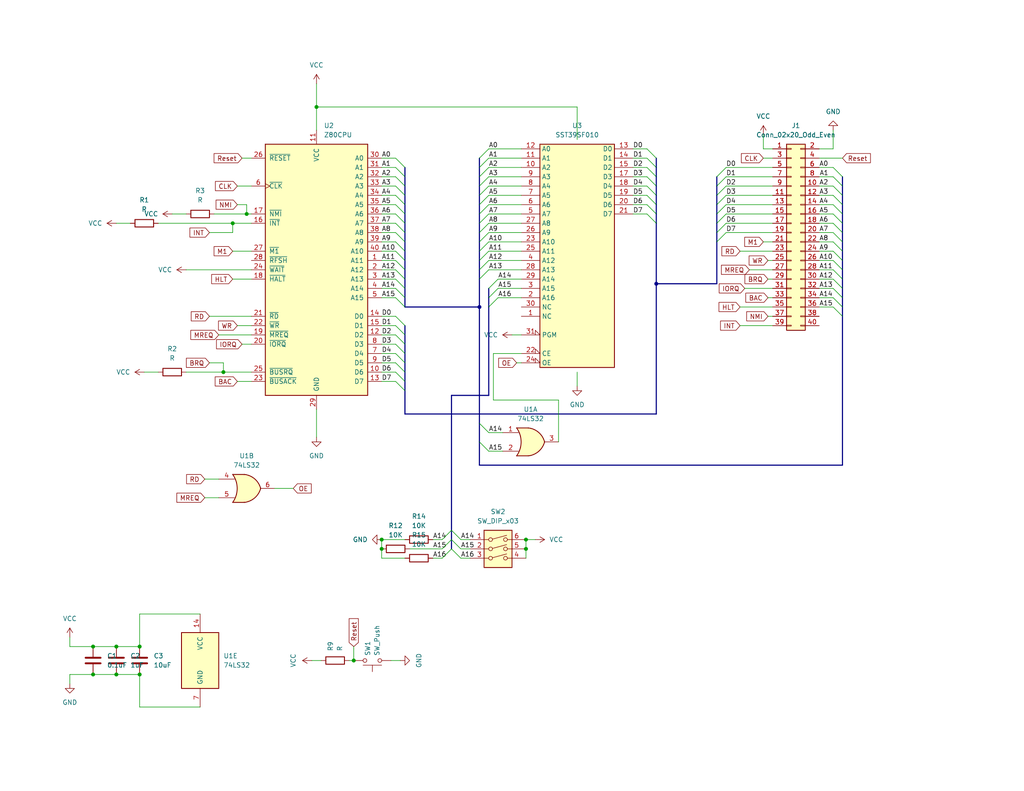
<source format=kicad_sch>
(kicad_sch (version 20211123) (generator eeschema)
  (paper "USLetter")
  (title_block (title "Z80 simple computer. Main module") (date "2022-11-26") (rev "0.1") (comment 1 "8-bit computer based on Zilog Z80, CUP and EEPROM module"))
  (lib_symbols
    (symbol "74xx:74LS32" (pin_names (offset 1.016))
      (property "Reference" "U" (at 0 1.27 0))
      (property "Value" "74LS32" (at 0 -1.27 0))
      (symbol "74LS32_1_1"
        (arc (start -3.81 -3.81) (mid -2.589 0) (end -3.81 3.81) (stroke (width 0.254)))
        (arc (start -0.6096 -3.81) (mid 2.1842 -2.5851) (end 3.81 0) (stroke (width 0.254)) (fill (type background)))
        (polyline (pts (xy -3.81 -3.81) (xy -0.635 -3.81)) (stroke (width 0.254)) (fill (type background)))
        (polyline (pts (xy -3.81 3.81) (xy -0.635 3.81)) (stroke (width 0.254)) (fill (type background)))
        (polyline (pts (xy -0.635 3.81) (xy -3.81 3.81) (xy -3.81 3.81) (xy -3.556 3.4036) (xy -3.0226 2.2606) (xy -2.6924 1.0414) (xy -2.6162 -0.254) (xy -2.7686 -1.4986) (xy -3.175 -2.7178) (xy -3.81 -3.81) (xy -3.81 -3.81) (xy -0.635 -3.81)) (stroke (width -25.4)) (fill (type background)))
        (arc (start 3.81 0) (mid 2.1915 2.5936) (end -0.6096 3.81) (stroke (width 0.254)) (fill (type background)))
        (pin input line (at -7.62 2.54 0) (length 4.318) (name "~") (number "1"))
        (pin input line (at -7.62 -2.54 0) (length 4.318) (name "~") (number "2"))
        (pin output line (at 7.62 0 180) (length 3.81) (name "~") (number "3"))
      )
      (symbol "74LS32_1_2"
        (arc (start 0 -3.81) (mid 3.81 0) (end 0 3.81) (stroke (width 0.254)) (fill (type background)))
        (polyline (pts (xy 0 3.81) (xy -3.81 3.81) (xy -3.81 -3.81) (xy 0 -3.81)) (stroke (width 0.254)) (fill (type background)))
        (pin input inverted (at -7.62 2.54 0) (length 3.81) (name "~") (number "1"))
        (pin input inverted (at -7.62 -2.54 0) (length 3.81) (name "~") (number "2"))
        (pin output inverted (at 7.62 0 180) (length 3.81) (name "~") (number "3"))
      )
      (symbol "74LS32_2_1"
        (arc (start -3.81 -3.81) (mid -2.589 0) (end -3.81 3.81) (stroke (width 0.254)))
        (arc (start -0.6096 -3.81) (mid 2.1842 -2.5851) (end 3.81 0) (stroke (width 0.254)) (fill (type background)))
        (polyline (pts (xy -3.81 -3.81) (xy -0.635 -3.81)) (stroke (width 0.254)) (fill (type background)))
        (polyline (pts (xy -3.81 3.81) (xy -0.635 3.81)) (stroke (width 0.254)) (fill (type background)))
        (polyline (pts (xy -0.635 3.81) (xy -3.81 3.81) (xy -3.81 3.81) (xy -3.556 3.4036) (xy -3.0226 2.2606) (xy -2.6924 1.0414) (xy -2.6162 -0.254) (xy -2.7686 -1.4986) (xy -3.175 -2.7178) (xy -3.81 -3.81) (xy -3.81 -3.81) (xy -0.635 -3.81)) (stroke (width -25.4)) (fill (type background)))
        (arc (start 3.81 0) (mid 2.1915 2.5936) (end -0.6096 3.81) (stroke (width 0.254)) (fill (type background)))
        (pin input line (at -7.62 2.54 0) (length 4.318) (name "~") (number "4"))
        (pin input line (at -7.62 -2.54 0) (length 4.318) (name "~") (number "5"))
        (pin output line (at 7.62 0 180) (length 3.81) (name "~") (number "6"))
      )
      (symbol "74LS32_2_2"
        (arc (start 0 -3.81) (mid 3.81 0) (end 0 3.81) (stroke (width 0.254)) (fill (type background)))
        (polyline (pts (xy 0 3.81) (xy -3.81 3.81) (xy -3.81 -3.81) (xy 0 -3.81)) (stroke (width 0.254)) (fill (type background)))
        (pin input inverted (at -7.62 2.54 0) (length 3.81) (name "~") (number "4"))
        (pin input inverted (at -7.62 -2.54 0) (length 3.81) (name "~") (number "5"))
        (pin output inverted (at 7.62 0 180) (length 3.81) (name "~") (number "6"))
      )
      (symbol "74LS32_3_1"
        (arc (start -3.81 -3.81) (mid -2.589 0) (end -3.81 3.81) (stroke (width 0.254)))
        (arc (start -0.6096 -3.81) (mid 2.1842 -2.5851) (end 3.81 0) (stroke (width 0.254)) (fill (type background)))
        (polyline (pts (xy -3.81 -3.81) (xy -0.635 -3.81)) (stroke (width 0.254)) (fill (type background)))
        (polyline (pts (xy -3.81 3.81) (xy -0.635 3.81)) (stroke (width 0.254)) (fill (type background)))
        (polyline (pts (xy -0.635 3.81) (xy -3.81 3.81) (xy -3.81 3.81) (xy -3.556 3.4036) (xy -3.0226 2.2606) (xy -2.6924 1.0414) (xy -2.6162 -0.254) (xy -2.7686 -1.4986) (xy -3.175 -2.7178) (xy -3.81 -3.81) (xy -3.81 -3.81) (xy -0.635 -3.81)) (stroke (width -25.4)) (fill (type background)))
        (arc (start 3.81 0) (mid 2.1915 2.5936) (end -0.6096 3.81) (stroke (width 0.254)) (fill (type background)))
        (pin input line (at -7.62 -2.54 0) (length 4.318) (name "~") (number "10"))
        (pin output line (at 7.62 0 180) (length 3.81) (name "~") (number "8"))
        (pin input line (at -7.62 2.54 0) (length 4.318) (name "~") (number "9"))
      )
      (symbol "74LS32_3_2"
        (arc (start 0 -3.81) (mid 3.81 0) (end 0 3.81) (stroke (width 0.254)) (fill (type background)))
        (polyline (pts (xy 0 3.81) (xy -3.81 3.81) (xy -3.81 -3.81) (xy 0 -3.81)) (stroke (width 0.254)) (fill (type background)))
        (pin input inverted (at -7.62 -2.54 0) (length 3.81) (name "~") (number "10"))
        (pin output inverted (at 7.62 0 180) (length 3.81) (name "~") (number "8"))
        (pin input inverted (at -7.62 2.54 0) (length 3.81) (name "~") (number "9"))
      )
      (symbol "74LS32_4_1"
        (arc (start -3.81 -3.81) (mid -2.589 0) (end -3.81 3.81) (stroke (width 0.254)))
        (arc (start -0.6096 -3.81) (mid 2.1842 -2.5851) (end 3.81 0) (stroke (width 0.254)) (fill (type background)))
        (polyline (pts (xy -3.81 -3.81) (xy -0.635 -3.81)) (stroke (width 0.254)) (fill (type background)))
        (polyline (pts (xy -3.81 3.81) (xy -0.635 3.81)) (stroke (width 0.254)) (fill (type background)))
        (polyline (pts (xy -0.635 3.81) (xy -3.81 3.81) (xy -3.81 3.81) (xy -3.556 3.4036) (xy -3.0226 2.2606) (xy -2.6924 1.0414) (xy -2.6162 -0.254) (xy -2.7686 -1.4986) (xy -3.175 -2.7178) (xy -3.81 -3.81) (xy -3.81 -3.81) (xy -0.635 -3.81)) (stroke (width -25.4)) (fill (type background)))
        (arc (start 3.81 0) (mid 2.1915 2.5936) (end -0.6096 3.81) (stroke (width 0.254)) (fill (type background)))
        (pin output line (at 7.62 0 180) (length 3.81) (name "~") (number "11"))
        (pin input line (at -7.62 2.54 0) (length 4.318) (name "~") (number "12"))
        (pin input line (at -7.62 -2.54 0) (length 4.318) (name "~") (number "13"))
      )
      (symbol "74LS32_4_2"
        (arc (start 0 -3.81) (mid 3.81 0) (end 0 3.81) (stroke (width 0.254)) (fill (type background)))
        (polyline (pts (xy 0 3.81) (xy -3.81 3.81) (xy -3.81 -3.81) (xy 0 -3.81)) (stroke (width 0.254)) (fill (type background)))
        (pin output inverted (at 7.62 0 180) (length 3.81) (name "~") (number "11"))
        (pin input inverted (at -7.62 2.54 0) (length 3.81) (name "~") (number "12"))
        (pin input inverted (at -7.62 -2.54 0) (length 3.81) (name "~") (number "13"))
      )
      (symbol "74LS32_5_0"
        (pin power_in line (at 0 12.7 270) (length 5.08) (name "VCC") (number "14"))
        (pin power_in line (at 0 -12.7 90) (length 5.08) (name "GND") (number "7"))
      )
      (symbol "74LS32_5_1"
        (rectangle (start -5.08 7.62) (end 5.08 -7.62) (stroke (width 0.254)) (fill (type background)))
      )
    )
    (symbol "CPU:Z80CPU" (pin_names (offset 1.016))
      (property "Reference" "U" (at -13.97 35.56 0))
      (property "Value" "Z80CPU" (at 6.35 35.56 0))
      (symbol "Z80CPU_0_1"
        (rectangle (start -13.97 34.29) (end 13.97 -34.29) (stroke (width 0.254)) (fill (type background)))
      )
      (symbol "Z80CPU_1_1"
        (pin output line (at 17.78 2.54 180) (length 3.81) (name "A11") (number "1"))
        (pin bidirectional line (at 17.78 -27.94 180) (length 3.81) (name "D6") (number "10"))
        (pin power_in line (at 0 38.1 270) (length 3.81) (name "VCC") (number "11"))
        (pin bidirectional line (at 17.78 -17.78 180) (length 3.81) (name "D2") (number "12"))
        (pin bidirectional line (at 17.78 -30.48 180) (length 3.81) (name "D7") (number "13"))
        (pin bidirectional line (at 17.78 -12.7 180) (length 3.81) (name "D0") (number "14"))
        (pin bidirectional line (at 17.78 -15.24 180) (length 3.81) (name "D1") (number "15"))
        (pin input line (at -17.78 12.7 0) (length 3.81) (name "~{INT}") (number "16"))
        (pin input line (at -17.78 15.24 0) (length 3.81) (name "~{NMI}") (number "17"))
        (pin output line (at -17.78 -2.54 0) (length 3.81) (name "~{HALT}") (number "18"))
        (pin output line (at -17.78 -17.78 0) (length 3.81) (name "~{MREQ}") (number "19"))
        (pin output line (at 17.78 0 180) (length 3.81) (name "A12") (number "2"))
        (pin output line (at -17.78 -20.32 0) (length 3.81) (name "~{IORQ}") (number "20"))
        (pin output line (at -17.78 -12.7 0) (length 3.81) (name "~{RD}") (number "21"))
        (pin output line (at -17.78 -15.24 0) (length 3.81) (name "~{WR}") (number "22"))
        (pin output line (at -17.78 -30.48 0) (length 3.81) (name "~{BUSACK}") (number "23"))
        (pin input line (at -17.78 0 0) (length 3.81) (name "~{WAIT}") (number "24"))
        (pin input line (at -17.78 -27.94 0) (length 3.81) (name "~{BUSRQ}") (number "25"))
        (pin input line (at -17.78 30.48 0) (length 3.81) (name "~{RESET}") (number "26"))
        (pin output line (at -17.78 5.08 0) (length 3.81) (name "~{M1}") (number "27"))
        (pin output line (at -17.78 2.54 0) (length 3.81) (name "~{RFSH}") (number "28"))
        (pin power_in line (at 0 -38.1 90) (length 3.81) (name "GND") (number "29"))
        (pin output line (at 17.78 -2.54 180) (length 3.81) (name "A13") (number "3"))
        (pin output line (at 17.78 30.48 180) (length 3.81) (name "A0") (number "30"))
        (pin output line (at 17.78 27.94 180) (length 3.81) (name "A1") (number "31"))
        (pin output line (at 17.78 25.4 180) (length 3.81) (name "A2") (number "32"))
        (pin output line (at 17.78 22.86 180) (length 3.81) (name "A3") (number "33"))
        (pin output line (at 17.78 20.32 180) (length 3.81) (name "A4") (number "34"))
        (pin output line (at 17.78 17.78 180) (length 3.81) (name "A5") (number "35"))
        (pin output line (at 17.78 15.24 180) (length 3.81) (name "A6") (number "36"))
        (pin output line (at 17.78 12.7 180) (length 3.81) (name "A7") (number "37"))
        (pin output line (at 17.78 10.16 180) (length 3.81) (name "A8") (number "38"))
        (pin output line (at 17.78 7.62 180) (length 3.81) (name "A9") (number "39"))
        (pin output line (at 17.78 -5.08 180) (length 3.81) (name "A14") (number "4"))
        (pin output line (at 17.78 5.08 180) (length 3.81) (name "A10") (number "40"))
        (pin output line (at 17.78 -7.62 180) (length 3.81) (name "A15") (number "5"))
        (pin input clock (at -17.78 22.86 0) (length 3.81) (name "~{CLK}") (number "6"))
        (pin bidirectional line (at 17.78 -22.86 180) (length 3.81) (name "D4") (number "7"))
        (pin bidirectional line (at 17.78 -20.32 180) (length 3.81) (name "D3") (number "8"))
        (pin bidirectional line (at 17.78 -25.4 180) (length 3.81) (name "D5") (number "9"))
      )
    )
    (symbol "Connector_Generic:Conn_02x20_Odd_Even" (pin_names (offset 1.016) hide)
      (property "Reference" "J" (at 1.27 25.4 0))
      (property "Value" "Conn_02x20_Odd_Even" (at 1.27 -27.94 0))
      (symbol "Conn_02x20_Odd_Even_1_1"
        (rectangle (start -1.27 -25.273) (end 0 -25.527) (stroke (width 0.1524)))
        (rectangle (start -1.27 -22.733) (end 0 -22.987) (stroke (width 0.1524)))
        (rectangle (start -1.27 -20.193) (end 0 -20.447) (stroke (width 0.1524)))
        (rectangle (start -1.27 -17.653) (end 0 -17.907) (stroke (width 0.1524)))
        (rectangle (start -1.27 -15.113) (end 0 -15.367) (stroke (width 0.1524)))
        (rectangle (start -1.27 -12.573) (end 0 -12.827) (stroke (width 0.1524)))
        (rectangle (start -1.27 -10.033) (end 0 -10.287) (stroke (width 0.1524)))
        (rectangle (start -1.27 -7.493) (end 0 -7.747) (stroke (width 0.1524)))
        (rectangle (start -1.27 -4.953) (end 0 -5.207) (stroke (width 0.1524)))
        (rectangle (start -1.27 -2.413) (end 0 -2.667) (stroke (width 0.1524)))
        (rectangle (start -1.27 0.127) (end 0 -0.127) (stroke (width 0.1524)))
        (rectangle (start -1.27 2.667) (end 0 2.413) (stroke (width 0.1524)))
        (rectangle (start -1.27 5.207) (end 0 4.953) (stroke (width 0.1524)))
        (rectangle (start -1.27 7.747) (end 0 7.493) (stroke (width 0.1524)))
        (rectangle (start -1.27 10.287) (end 0 10.033) (stroke (width 0.1524)))
        (rectangle (start -1.27 12.827) (end 0 12.573) (stroke (width 0.1524)))
        (rectangle (start -1.27 15.367) (end 0 15.113) (stroke (width 0.1524)))
        (rectangle (start -1.27 17.907) (end 0 17.653) (stroke (width 0.1524)))
        (rectangle (start -1.27 20.447) (end 0 20.193) (stroke (width 0.1524)))
        (rectangle (start -1.27 22.987) (end 0 22.733) (stroke (width 0.1524)))
        (rectangle (start -1.27 24.13) (end 3.81 -26.67) (stroke (width 0.254)) (fill (type background)))
        (rectangle (start 3.81 -25.273) (end 2.54 -25.527) (stroke (width 0.1524)))
        (rectangle (start 3.81 -22.733) (end 2.54 -22.987) (stroke (width 0.1524)))
        (rectangle (start 3.81 -20.193) (end 2.54 -20.447) (stroke (width 0.1524)))
        (rectangle (start 3.81 -17.653) (end 2.54 -17.907) (stroke (width 0.1524)))
        (rectangle (start 3.81 -15.113) (end 2.54 -15.367) (stroke (width 0.1524)))
        (rectangle (start 3.81 -12.573) (end 2.54 -12.827) (stroke (width 0.1524)))
        (rectangle (start 3.81 -10.033) (end 2.54 -10.287) (stroke (width 0.1524)))
        (rectangle (start 3.81 -7.493) (end 2.54 -7.747) (stroke (width 0.1524)))
        (rectangle (start 3.81 -4.953) (end 2.54 -5.207) (stroke (width 0.1524)))
        (rectangle (start 3.81 -2.413) (end 2.54 -2.667) (stroke (width 0.1524)))
        (rectangle (start 3.81 0.127) (end 2.54 -0.127) (stroke (width 0.1524)))
        (rectangle (start 3.81 2.667) (end 2.54 2.413) (stroke (width 0.1524)))
        (rectangle (start 3.81 5.207) (end 2.54 4.953) (stroke (width 0.1524)))
        (rectangle (start 3.81 7.747) (end 2.54 7.493) (stroke (width 0.1524)))
        (rectangle (start 3.81 10.287) (end 2.54 10.033) (stroke (width 0.1524)))
        (rectangle (start 3.81 12.827) (end 2.54 12.573) (stroke (width 0.1524)))
        (rectangle (start 3.81 15.367) (end 2.54 15.113) (stroke (width 0.1524)))
        (rectangle (start 3.81 17.907) (end 2.54 17.653) (stroke (width 0.1524)))
        (rectangle (start 3.81 20.447) (end 2.54 20.193) (stroke (width 0.1524)))
        (rectangle (start 3.81 22.987) (end 2.54 22.733) (stroke (width 0.1524)))
        (pin passive line (at -5.08 22.86 0) (length 3.81) (name "Pin_1") (number "1"))
        (pin passive line (at 7.62 12.7 180) (length 3.81) (name "Pin_10") (number "10"))
        (pin passive line (at -5.08 10.16 0) (length 3.81) (name "Pin_11") (number "11"))
        (pin passive line (at 7.62 10.16 180) (length 3.81) (name "Pin_12") (number "12"))
        (pin passive line (at -5.08 7.62 0) (length 3.81) (name "Pin_13") (number "13"))
        (pin passive line (at 7.62 7.62 180) (length 3.81) (name "Pin_14") (number "14"))
        (pin passive line (at -5.08 5.08 0) (length 3.81) (name "Pin_15") (number "15"))
        (pin passive line (at 7.62 5.08 180) (length 3.81) (name "Pin_16") (number "16"))
        (pin passive line (at -5.08 2.54 0) (length 3.81) (name "Pin_17") (number "17"))
        (pin passive line (at 7.62 2.54 180) (length 3.81) (name "Pin_18") (number "18"))
        (pin passive line (at -5.08 0 0) (length 3.81) (name "Pin_19") (number "19"))
        (pin passive line (at 7.62 22.86 180) (length 3.81) (name "Pin_2") (number "2"))
        (pin passive line (at 7.62 0 180) (length 3.81) (name "Pin_20") (number "20"))
        (pin passive line (at -5.08 -2.54 0) (length 3.81) (name "Pin_21") (number "21"))
        (pin passive line (at 7.62 -2.54 180) (length 3.81) (name "Pin_22") (number "22"))
        (pin passive line (at -5.08 -5.08 0) (length 3.81) (name "Pin_23") (number "23"))
        (pin passive line (at 7.62 -5.08 180) (length 3.81) (name "Pin_24") (number "24"))
        (pin passive line (at -5.08 -7.62 0) (length 3.81) (name "Pin_25") (number "25"))
        (pin passive line (at 7.62 -7.62 180) (length 3.81) (name "Pin_26") (number "26"))
        (pin passive line (at -5.08 -10.16 0) (length 3.81) (name "Pin_27") (number "27"))
        (pin passive line (at 7.62 -10.16 180) (length 3.81) (name "Pin_28") (number "28"))
        (pin passive line (at -5.08 -12.7 0) (length 3.81) (name "Pin_29") (number "29"))
        (pin passive line (at -5.08 20.32 0) (length 3.81) (name "Pin_3") (number "3"))
        (pin passive line (at 7.62 -12.7 180) (length 3.81) (name "Pin_30") (number "30"))
        (pin passive line (at -5.08 -15.24 0) (length 3.81) (name "Pin_31") (number "31"))
        (pin passive line (at 7.62 -15.24 180) (length 3.81) (name "Pin_32") (number "32"))
        (pin passive line (at -5.08 -17.78 0) (length 3.81) (name "Pin_33") (number "33"))
        (pin passive line (at 7.62 -17.78 180) (length 3.81) (name "Pin_34") (number "34"))
        (pin passive line (at -5.08 -20.32 0) (length 3.81) (name "Pin_35") (number "35"))
        (pin passive line (at 7.62 -20.32 180) (length 3.81) (name "Pin_36") (number "36"))
        (pin passive line (at -5.08 -22.86 0) (length 3.81) (name "Pin_37") (number "37"))
        (pin passive line (at 7.62 -22.86 180) (length 3.81) (name "Pin_38") (number "38"))
        (pin passive line (at -5.08 -25.4 0) (length 3.81) (name "Pin_39") (number "39"))
        (pin passive line (at 7.62 20.32 180) (length 3.81) (name "Pin_4") (number "4"))
        (pin passive line (at 7.62 -25.4 180) (length 3.81) (name "Pin_40") (number "40"))
        (pin passive line (at -5.08 17.78 0) (length 3.81) (name "Pin_5") (number "5"))
        (pin passive line (at 7.62 17.78 180) (length 3.81) (name "Pin_6") (number "6"))
        (pin passive line (at -5.08 15.24 0) (length 3.81) (name "Pin_7") (number "7"))
        (pin passive line (at 7.62 15.24 180) (length 3.81) (name "Pin_8") (number "8"))
        (pin passive line (at -5.08 12.7 0) (length 3.81) (name "Pin_9") (number "9"))
      )
    )
    (symbol "Device:C" (pin_numbers hide) (pin_names (offset 0.254))
      (property "Reference" "C" (at 0.635 2.54 0))
      (property "Value" "C" (at 0.635 -2.54 0))
      (symbol "C_0_1"
        (polyline (pts (xy -2.032 -0.762) (xy 2.032 -0.762)) (stroke (width 0.508)))
        (polyline (pts (xy -2.032 0.762) (xy 2.032 0.762)) (stroke (width 0.508)))
      )
      (symbol "C_1_1"
        (pin passive line (at 0 3.81 270) (length 2.794) (name "~") (number "1"))
        (pin passive line (at 0 -3.81 90) (length 2.794) (name "~") (number "2"))
      )
    )
    (symbol "Device:R" (pin_numbers hide) (pin_names (offset 0))
      (property "Reference" "R" (at 2.032 0 90))
      (property "Value" "R" (at 0 0 90))
      (symbol "R_0_1"
        (rectangle (start -1.016 -2.54) (end 1.016 2.54) (stroke (width 0.254)))
      )
      (symbol "R_1_1"
        (pin passive line (at 0 3.81 270) (length 1.27) (name "~") (number "1"))
        (pin passive line (at 0 -3.81 90) (length 1.27) (name "~") (number "2"))
      )
    )
    (symbol "Memory_Flash:SST39SF010"
      (property "Reference" "U" (at 2.54 33.02 0))
      (property "Value" "SST39SF010" (at 0 -30.48 0))
      (symbol "SST39SF010_0_0"
        (pin power_in line (at 0 -30.48 90) (length 1.27) hide (name "GND") (number "16"))
        (pin power_in line (at 0 33.02 270) (length 1.27) hide (name "VCC") (number "32"))
      )
      (symbol "SST39SF010_0_1"
        (rectangle (start -10.16 31.75) (end 10.16 -29.21) (stroke (width 0.254)) (fill (type background)))
      )
      (symbol "SST39SF010_1_1"
        (pin input line (at -15.24 -15.24 0) (length 5.08) (name "NC") (number "1"))
        (pin input line (at -15.24 25.4 0) (length 5.08) (name "A2") (number "10"))
        (pin input line (at -15.24 27.94 0) (length 5.08) (name "A1") (number "11"))
        (pin input line (at -15.24 30.48 0) (length 5.08) (name "A0") (number "12"))
        (pin tri_state line (at 15.24 30.48 180) (length 5.08) (name "D0") (number "13"))
        (pin tri_state line (at 15.24 27.94 180) (length 5.08) (name "D1") (number "14"))
        (pin tri_state line (at 15.24 25.4 180) (length 5.08) (name "D2") (number "15"))
        (pin tri_state line (at 15.24 22.86 180) (length 5.08) (name "D3") (number "17"))
        (pin tri_state line (at 15.24 20.32 180) (length 5.08) (name "D4") (number "18"))
        (pin tri_state line (at 15.24 17.78 180) (length 5.08) (name "D5") (number "19"))
        (pin input line (at -15.24 -10.16 0) (length 5.08) (name "A16") (number "2"))
        (pin tri_state line (at 15.24 15.24 180) (length 5.08) (name "D6") (number "20"))
        (pin tri_state line (at 15.24 12.7 180) (length 5.08) (name "D7") (number "21"))
        (pin input input_low (at -15.24 -25.4 0) (length 5.08) (name "CE") (number "22"))
        (pin input line (at -15.24 5.08 0) (length 5.08) (name "A10") (number "23"))
        (pin input input_low (at -15.24 -27.94 0) (length 5.08) (name "OE") (number "24"))
        (pin input line (at -15.24 2.54 0) (length 5.08) (name "A11") (number "25"))
        (pin input line (at -15.24 7.62 0) (length 5.08) (name "A9") (number "26"))
        (pin input line (at -15.24 10.16 0) (length 5.08) (name "A8") (number "27"))
        (pin input line (at -15.24 -2.54 0) (length 5.08) (name "A13") (number "28"))
        (pin input line (at -15.24 -5.08 0) (length 5.08) (name "A14") (number "29"))
        (pin input line (at -15.24 -7.62 0) (length 5.08) (name "A15") (number "3"))
        (pin input line (at -15.24 -12.7 0) (length 5.08) (name "NC") (number "30"))
        (pin input input_low (at -15.24 -20.32 0) (length 5.08) (name "PGM") (number "31"))
        (pin input line (at -15.24 0 0) (length 5.08) (name "A12") (number "4"))
        (pin input line (at -15.24 12.7 0) (length 5.08) (name "A7") (number "5"))
        (pin input line (at -15.24 15.24 0) (length 5.08) (name "A6") (number "6"))
        (pin input line (at -15.24 17.78 0) (length 5.08) (name "A5") (number "7"))
        (pin input line (at -15.24 20.32 0) (length 5.08) (name "A4") (number "8"))
        (pin input line (at -15.24 22.86 0) (length 5.08) (name "A3") (number "9"))
      )
    )
    (symbol "Switch:SW_DIP_x03" (pin_names (offset 0) hide)
      (property "Reference" "SW" (at 0 8.89 0))
      (property "Value" "SW_DIP_x03" (at 0 -3.81 0))
      (symbol "SW_DIP_x03_0_0"
        (circle (center -2.032 0) (radius 0.508))
        (circle (center -2.032 2.54) (radius 0.508))
        (circle (center -2.032 5.08) (radius 0.508))
        (polyline (pts (xy -1.524 0.127) (xy 2.3622 1.1684)))
        (polyline (pts (xy -1.524 2.667) (xy 2.3622 3.7084)))
        (polyline (pts (xy -1.524 5.207) (xy 2.3622 6.2484)))
        (circle (center 2.032 0) (radius 0.508))
        (circle (center 2.032 2.54) (radius 0.508))
        (circle (center 2.032 5.08) (radius 0.508))
      )
      (symbol "SW_DIP_x03_0_1"
        (rectangle (start -3.81 7.62) (end 3.81 -2.54) (stroke (width 0.254)) (fill (type background)))
      )
      (symbol "SW_DIP_x03_1_1"
        (pin passive line (at -7.62 5.08 0) (length 5.08) (name "~") (number "1"))
        (pin passive line (at -7.62 2.54 0) (length 5.08) (name "~") (number "2"))
        (pin passive line (at -7.62 0 0) (length 5.08) (name "~") (number "3"))
        (pin passive line (at 7.62 0 180) (length 5.08) (name "~") (number "4"))
        (pin passive line (at 7.62 2.54 180) (length 5.08) (name "~") (number "5"))
        (pin passive line (at 7.62 5.08 180) (length 5.08) (name "~") (number "6"))
      )
    )
    (symbol "Switch:SW_Push" (pin_numbers hide) (pin_names (offset 1.016) hide)
      (property "Reference" "SW" (at 1.27 2.54 0))
      (property "Value" "SW_Push" (at 0 -1.524 0))
      (symbol "SW_Push_0_1"
        (circle (center -2.032 0) (radius 0.508))
        (polyline (pts (xy 0 1.27) (xy 0 3.048)))
        (polyline (pts (xy 2.54 1.27) (xy -2.54 1.27)))
        (circle (center 2.032 0) (radius 0.508))
        (pin passive line (at -5.08 0 0) (length 2.54) (name "1") (number "1"))
        (pin passive line (at 5.08 0 180) (length 2.54) (name "2") (number "2"))
      )
    )
    (symbol "power:GND" (power) (pin_names (offset 0))
      (property "Value" "GND" (at 0 -3.81 0))
      (symbol "GND_0_1"
        (polyline (pts (xy 0 0) (xy 0 -1.27) (xy 1.27 -1.27) (xy 0 -2.54) (xy -1.27 -1.27) (xy 0 -1.27)))
      )
      (symbol "GND_1_1"
        (pin power_in line (at 0 0 270) (length 0) hide (name "GND") (number "1"))
      )
    )
    (symbol "power:VCC" (power) (pin_names (offset 0))
      (property "Value" "VCC" (at 0 3.81 0))
      (symbol "VCC_0_1"
        (polyline (pts (xy -0.762 1.27) (xy 0 2.54)))
        (polyline (pts (xy 0 0) (xy 0 2.54)))
        (polyline (pts (xy 0 2.54) (xy 0.762 1.27)))
      )
      (symbol "VCC_1_1"
        (pin power_in line (at 0 0 90) (length 0) hide (name "VCC") (number "1"))
      )
    )
  )
  (junction (at 86.36 29.21))
  (junction (at 31.75 184.15))
  (junction (at 67.31 58.42))
  (junction (at 25.4 176.53))
  (junction (at 63.5 60.96))
  (junction (at 25.4 184.15))
  (junction (at 143.51 147.32))
  (junction (at 96.52 180.34))
  (junction (at 104.14 149.86))
  (junction (at 38.1 184.15))
  (junction (at 143.51 149.86))
  (junction (at 31.75 176.53))
  (junction (at 179.07 77.47))
  (junction (at 38.1 176.53))
  (junction (at 60.96 101.6))
  (junction (at 130.81 83.82))
  (junction (at 104.14 147.32))
  (bus_entry (at 133.35 78.74) (size 2.54 -2.54))
  (bus_entry (at 227.33 45.72) (size 2.54 2.54))
  (bus_entry (at 130.81 66.04) (size 2.54 -2.54))
  (bus_entry (at 227.33 73.66) (size 2.54 2.54))
  (bus_entry (at 227.33 76.2) (size 2.54 2.54))
  (bus_entry (at 195.58 48.26) (size 2.54 -2.54))
  (bus_entry (at 227.33 78.74) (size 2.54 2.54))
  (bus_entry (at 130.81 115.57) (size 2.54 2.54))
  (bus_entry (at 107.95 66.04) (size 2.54 2.54))
  (bus_entry (at 130.81 71.12) (size 2.54 -2.54))
  (bus_entry (at 130.81 55.88) (size 2.54 -2.54))
  (bus_entry (at 130.81 53.34) (size 2.54 -2.54))
  (bus_entry (at 130.81 45.72) (size 2.54 -2.54))
  (bus_entry (at 130.81 48.26) (size 2.54 -2.54))
  (bus_entry (at 130.81 50.8) (size 2.54 -2.54))
  (bus_entry (at 130.81 58.42) (size 2.54 -2.54))
  (bus_entry (at 130.81 43.18) (size 2.54 -2.54))
  (bus_entry (at 195.58 58.42) (size 2.54 -2.54))
  (bus_entry (at 195.58 66.04) (size 2.54 -2.54))
  (bus_entry (at 227.33 63.5) (size 2.54 2.54))
  (bus_entry (at 107.95 78.74) (size 2.54 2.54))
  (bus_entry (at 195.58 53.34) (size 2.54 -2.54))
  (bus_entry (at 227.33 66.04) (size 2.54 2.54))
  (bus_entry (at 130.81 73.66) (size 2.54 -2.54))
  (bus_entry (at 107.95 68.58) (size 2.54 2.54))
  (bus_entry (at 107.95 53.34) (size 2.54 2.54))
  (bus_entry (at 107.95 55.88) (size 2.54 2.54))
  (bus_entry (at 107.95 58.42) (size 2.54 2.54))
  (bus_entry (at 107.95 50.8) (size 2.54 2.54))
  (bus_entry (at 107.95 43.18) (size 2.54 2.54))
  (bus_entry (at 107.95 45.72) (size 2.54 2.54))
  (bus_entry (at 107.95 48.26) (size 2.54 2.54))
  (bus_entry (at 227.33 53.34) (size 2.54 2.54))
  (bus_entry (at 227.33 58.42) (size 2.54 2.54))
  (bus_entry (at 107.95 60.96) (size 2.54 2.54))
  (bus_entry (at 176.53 53.34) (size 2.54 2.54))
  (bus_entry (at 176.53 40.64) (size 2.54 2.54))
  (bus_entry (at 176.53 48.26) (size 2.54 2.54))
  (bus_entry (at 176.53 50.8) (size 2.54 2.54))
  (bus_entry (at 176.53 43.18) (size 2.54 2.54))
  (bus_entry (at 176.53 45.72) (size 2.54 2.54))
  (bus_entry (at 176.53 58.42) (size 2.54 2.54))
  (bus_entry (at 176.53 55.88) (size 2.54 2.54))
  (bus_entry (at 195.58 55.88) (size 2.54 -2.54))
  (bus_entry (at 107.95 91.44) (size 2.54 2.54))
  (bus_entry (at 107.95 93.98) (size 2.54 2.54))
  (bus_entry (at 107.95 96.52) (size 2.54 2.54))
  (bus_entry (at 107.95 99.06) (size 2.54 2.54))
  (bus_entry (at 107.95 101.6) (size 2.54 2.54))
  (bus_entry (at 107.95 104.14) (size 2.54 2.54))
  (bus_entry (at 107.95 86.36) (size 2.54 2.54))
  (bus_entry (at 107.95 88.9) (size 2.54 2.54))
  (bus_entry (at 133.35 81.28) (size 2.54 -2.54))
  (bus_entry (at 195.58 63.5) (size 2.54 -2.54))
  (bus_entry (at 133.35 83.82) (size 2.54 -2.54))
  (bus_entry (at 107.95 63.5) (size 2.54 2.54))
  (bus_entry (at 227.33 48.26) (size 2.54 2.54))
  (bus_entry (at 227.33 60.96) (size 2.54 2.54))
  (bus_entry (at 227.33 81.28) (size 2.54 2.54))
  (bus_entry (at 227.33 68.58) (size 2.54 2.54))
  (bus_entry (at 227.33 55.88) (size 2.54 2.54))
  (bus_entry (at 130.81 76.2) (size 2.54 -2.54))
  (bus_entry (at 227.33 71.12) (size 2.54 2.54))
  (bus_entry (at 107.95 76.2) (size 2.54 2.54))
  (bus_entry (at 195.58 60.96) (size 2.54 -2.54))
  (bus_entry (at 130.81 60.96) (size 2.54 -2.54))
  (bus_entry (at 130.81 63.5) (size 2.54 -2.54))
  (bus_entry (at 130.81 120.65) (size 2.54 2.54))
  (bus_entry (at 107.95 73.66) (size 2.54 2.54))
  (bus_entry (at 195.58 50.8) (size 2.54 -2.54))
  (bus_entry (at 107.95 81.28) (size 2.54 2.54))
  (bus_entry (at 227.33 50.8) (size 2.54 2.54))
  (bus_entry (at 123.19 147.32) (size 2.54 2.54))
  (bus_entry (at 123.19 149.86) (size 2.54 2.54))
  (bus_entry (at 123.19 144.78) (size 2.54 2.54))
  (bus_entry (at 227.33 83.82) (size 2.54 2.54))
  (bus_entry (at 120.65 152.4) (size 2.54 -2.54))
  (bus_entry (at 120.65 149.86) (size 2.54 -2.54))
  (bus_entry (at 120.65 147.32) (size 2.54 -2.54))
  (bus_entry (at 107.95 71.12) (size 2.54 2.54))
  (bus_entry (at 130.81 68.58) (size 2.54 -2.54))
  (wire (pts (xy 201.93 88.9) (xy 210.82 88.9)))
  (wire (pts (xy 223.52 81.28) (xy 227.33 81.28)))
  (wire (pts (xy 201.93 83.82) (xy 210.82 83.82)))
  (wire (pts (xy 125.73 152.4) (xy 128.27 152.4)))
  (wire (pts (xy 172.72 40.64) (xy 176.53 40.64)))
  (wire (pts (xy 204.47 73.66) (xy 210.82 73.66)))
  (wire (pts (xy 106.68 180.34) (xy 109.22 180.34)))
  (bus (pts (xy 130.81 63.5) (xy 130.81 66.04)))
  (wire (pts (xy 223.52 71.12) (xy 227.33 71.12)))
  (wire (pts (xy 104.14 45.72) (xy 107.95 45.72)))
  (wire (pts (xy 104.14 43.18) (xy 107.95 43.18)))
  (wire (pts (xy 31.75 176.53) (xy 25.4 176.53)))
  (bus (pts (xy 229.87 55.88) (xy 229.87 58.42)))
  (wire (pts (xy 104.14 68.58) (xy 107.95 68.58)))
  (wire (pts (xy 63.5 60.96) (xy 68.58 60.96)))
  (wire (pts (xy 223.52 66.04) (xy 227.33 66.04)))
  (wire (pts (xy 86.36 22.86) (xy 86.36 29.21)))
  (bus (pts (xy 110.49 106.68) (xy 110.49 113.03)))
  (bus (pts (xy 229.87 53.34) (xy 229.87 55.88)))
  (bus (pts (xy 130.81 50.8) (xy 130.81 53.34)))
  (wire (pts (xy 85.09 180.34) (xy 87.63 180.34)))
  (bus (pts (xy 110.49 113.03) (xy 179.07 113.03)))
  (wire (pts (xy 38.1 167.64) (xy 38.1 176.53)))
  (wire (pts (xy 38.1 167.64) (xy 54.61 167.64)))
  (wire (pts (xy 223.52 78.74) (xy 227.33 78.74)))
  (wire (pts (xy 74.93 133.35) (xy 80.01 133.35)))
  (bus (pts (xy 229.87 48.26) (xy 229.87 50.8)))
  (wire (pts (xy 104.14 71.12) (xy 107.95 71.12)))
  (bus (pts (xy 229.87 83.82) (xy 229.87 86.36)))
  (wire (pts (xy 208.28 66.04) (xy 210.82 66.04)))
  (wire (pts (xy 143.51 147.32) (xy 143.51 149.86)))
  (bus (pts (xy 110.49 71.12) (xy 110.49 73.66)))
  (bus (pts (xy 110.49 60.96) (xy 110.49 63.5)))
  (wire (pts (xy 198.12 55.88) (xy 210.82 55.88)))
  (bus (pts (xy 110.49 68.58) (xy 110.49 71.12)))
  (wire (pts (xy 134.62 109.22) (xy 152.4 109.22)))
  (wire (pts (xy 104.14 101.6) (xy 107.95 101.6)))
  (bus (pts (xy 229.87 86.36) (xy 229.87 127)))
  (bus (pts (xy 130.81 55.88) (xy 130.81 58.42)))
  (wire (pts (xy 104.14 73.66) (xy 107.95 73.66)))
  (wire (pts (xy 104.14 93.98) (xy 107.95 93.98)))
  (bus (pts (xy 195.58 50.8) (xy 195.58 53.34)))
  (wire (pts (xy 133.35 58.42) (xy 142.24 58.42)))
  (wire (pts (xy 64.77 50.8) (xy 68.58 50.8)))
  (wire (pts (xy 133.35 43.18) (xy 142.24 43.18)))
  (bus (pts (xy 179.07 77.47) (xy 179.07 113.03)))
  (bus (pts (xy 110.49 83.82) (xy 130.81 83.82)))
  (bus (pts (xy 229.87 68.58) (xy 229.87 71.12)))
  (wire (pts (xy 63.5 68.58) (xy 68.58 68.58)))
  (bus (pts (xy 110.49 66.04) (xy 110.49 68.58)))
  (bus (pts (xy 110.49 58.42) (xy 110.49 60.96)))
  (wire (pts (xy 39.37 101.6) (xy 43.18 101.6)))
  (wire (pts (xy 139.7 91.44) (xy 142.24 91.44)))
  (wire (pts (xy 64.77 104.14) (xy 68.58 104.14)))
  (bus (pts (xy 110.49 73.66) (xy 110.49 76.2)))
  (wire (pts (xy 198.12 45.72) (xy 210.82 45.72)))
  (wire (pts (xy 55.88 135.89) (xy 59.69 135.89)))
  (wire (pts (xy 111.76 149.86) (xy 120.65 149.86)))
  (wire (pts (xy 118.11 152.4) (xy 120.65 152.4)))
  (bus (pts (xy 110.49 99.06) (xy 110.49 101.6)))
  (bus (pts (xy 195.58 66.04) (xy 195.58 77.47)))
  (bus (pts (xy 130.81 115.57) (xy 130.81 120.65)))
  (wire (pts (xy 57.15 86.36) (xy 68.58 86.36)))
  (wire (pts (xy 172.72 50.8) (xy 176.53 50.8)))
  (bus (pts (xy 110.49 91.44) (xy 110.49 93.98)))
  (bus (pts (xy 110.49 88.9) (xy 110.49 91.44)))
  (bus (pts (xy 130.81 120.65) (xy 130.81 127)))
  (bus (pts (xy 110.49 101.6) (xy 110.49 104.14)))
  (wire (pts (xy 86.36 29.21) (xy 86.36 35.56)))
  (wire (pts (xy 50.8 73.66) (xy 68.58 73.66)))
  (wire (pts (xy 223.52 48.26) (xy 227.33 48.26)))
  (wire (pts (xy 125.73 147.32) (xy 128.27 147.32)))
  (wire (pts (xy 133.35 50.8) (xy 142.24 50.8)))
  (wire (pts (xy 209.55 86.36) (xy 210.82 86.36)))
  (bus (pts (xy 110.49 96.52) (xy 110.49 99.06)))
  (wire (pts (xy 19.05 184.15) (xy 25.4 184.15)))
  (bus (pts (xy 130.81 68.58) (xy 130.81 71.12)))
  (bus (pts (xy 110.49 53.34) (xy 110.49 55.88)))
  (bus (pts (xy 123.19 147.32) (xy 123.19 149.86)))
  (wire (pts (xy 133.35 40.64) (xy 142.24 40.64)))
  (wire (pts (xy 104.14 96.52) (xy 107.95 96.52)))
  (wire (pts (xy 60.96 99.06) (xy 60.96 101.6)))
  (bus (pts (xy 130.81 83.82) (xy 130.81 115.57)))
  (wire (pts (xy 46.99 58.42) (xy 50.8 58.42)))
  (wire (pts (xy 104.14 60.96) (xy 107.95 60.96)))
  (wire (pts (xy 227.33 40.64) (xy 227.33 35.56)))
  (bus (pts (xy 229.87 66.04) (xy 229.87 68.58)))
  (wire (pts (xy 172.72 55.88) (xy 176.53 55.88)))
  (bus (pts (xy 179.07 45.72) (xy 179.07 48.26)))
  (bus (pts (xy 229.87 60.96) (xy 229.87 63.5)))
  (bus (pts (xy 229.87 73.66) (xy 229.87 76.2)))
  (wire (pts (xy 172.72 45.72) (xy 176.53 45.72)))
  (bus (pts (xy 110.49 55.88) (xy 110.49 58.42)))
  (wire (pts (xy 223.52 45.72) (xy 227.33 45.72)))
  (wire (pts (xy 104.14 88.9) (xy 107.95 88.9)))
  (bus (pts (xy 110.49 45.72) (xy 110.49 48.26)))
  (wire (pts (xy 104.14 53.34) (xy 107.95 53.34)))
  (wire (pts (xy 223.52 68.58) (xy 227.33 68.58)))
  (wire (pts (xy 104.14 76.2) (xy 107.95 76.2)))
  (wire (pts (xy 133.35 68.58) (xy 142.24 68.58)))
  (bus (pts (xy 195.58 58.42) (xy 195.58 60.96)))
  (bus (pts (xy 130.81 48.26) (xy 130.81 50.8)))
  (wire (pts (xy 133.35 45.72) (xy 142.24 45.72)))
  (wire (pts (xy 142.24 96.52) (xy 134.62 96.52)))
  (bus (pts (xy 133.35 107.95) (xy 123.19 107.95)))
  (wire (pts (xy 135.89 76.2) (xy 142.24 76.2)))
  (wire (pts (xy 19.05 186.69) (xy 19.05 184.15)))
  (wire (pts (xy 55.88 130.81) (xy 59.69 130.81)))
  (wire (pts (xy 209.55 76.2) (xy 210.82 76.2)))
  (wire (pts (xy 133.35 48.26) (xy 142.24 48.26)))
  (bus (pts (xy 179.07 60.96) (xy 179.07 77.47)))
  (wire (pts (xy 133.35 63.5) (xy 142.24 63.5)))
  (bus (pts (xy 130.81 66.04) (xy 130.81 68.58)))
  (wire (pts (xy 133.35 123.19) (xy 137.16 123.19)))
  (wire (pts (xy 133.35 60.96) (xy 142.24 60.96)))
  (bus (pts (xy 179.07 77.47) (xy 195.58 77.47)))
  (wire (pts (xy 66.04 43.18) (xy 68.58 43.18)))
  (wire (pts (xy 223.52 40.64) (xy 227.33 40.64)))
  (wire (pts (xy 57.15 63.5) (xy 63.5 63.5)))
  (wire (pts (xy 198.12 60.96) (xy 210.82 60.96)))
  (bus (pts (xy 130.81 73.66) (xy 130.81 76.2)))
  (bus (pts (xy 110.49 81.28) (xy 110.49 83.82)))
  (wire (pts (xy 157.48 101.6) (xy 157.48 105.41)))
  (wire (pts (xy 223.52 58.42) (xy 227.33 58.42)))
  (wire (pts (xy 143.51 147.32) (xy 146.05 147.32)))
  (wire (pts (xy 104.14 149.86) (xy 104.14 152.4)))
  (bus (pts (xy 179.07 55.88) (xy 179.07 58.42)))
  (bus (pts (xy 229.87 71.12) (xy 229.87 73.66)))
  (wire (pts (xy 63.5 63.5) (xy 63.5 60.96)))
  (bus (pts (xy 179.07 53.34) (xy 179.07 55.88)))
  (wire (pts (xy 223.52 53.34) (xy 227.33 53.34)))
  (bus (pts (xy 229.87 81.28) (xy 229.87 83.82)))
  (wire (pts (xy 104.14 55.88) (xy 107.95 55.88)))
  (bus (pts (xy 130.81 60.96) (xy 130.81 63.5)))
  (wire (pts (xy 223.52 60.96) (xy 227.33 60.96)))
  (wire (pts (xy 143.51 149.86) (xy 143.51 152.4)))
  (wire (pts (xy 133.35 71.12) (xy 142.24 71.12)))
  (wire (pts (xy 208.28 36.83) (xy 208.28 40.64)))
  (bus (pts (xy 130.81 71.12) (xy 130.81 73.66)))
  (bus (pts (xy 195.58 63.5) (xy 195.58 66.04)))
  (wire (pts (xy 172.72 53.34) (xy 176.53 53.34)))
  (wire (pts (xy 104.14 66.04) (xy 107.95 66.04)))
  (bus (pts (xy 130.81 53.34) (xy 130.81 55.88)))
  (wire (pts (xy 31.75 60.96) (xy 35.56 60.96)))
  (wire (pts (xy 135.89 78.74) (xy 142.24 78.74)))
  (wire (pts (xy 86.36 29.21) (xy 157.48 29.21)))
  (wire (pts (xy 43.18 60.96) (xy 63.5 60.96)))
  (bus (pts (xy 229.87 58.42) (xy 229.87 60.96)))
  (bus (pts (xy 110.49 63.5) (xy 110.49 66.04)))
  (wire (pts (xy 96.52 180.34) (xy 95.25 180.34)))
  (bus (pts (xy 110.49 48.26) (xy 110.49 50.8)))
  (wire (pts (xy 59.69 91.44) (xy 68.58 91.44)))
  (wire (pts (xy 223.52 43.18) (xy 229.87 43.18)))
  (bus (pts (xy 229.87 127) (xy 130.81 127)))
  (bus (pts (xy 130.81 76.2) (xy 130.81 83.82)))
  (wire (pts (xy 38.1 193.04) (xy 54.61 193.04)))
  (wire (pts (xy 66.04 93.98) (xy 68.58 93.98)))
  (bus (pts (xy 195.58 53.34) (xy 195.58 55.88)))
  (bus (pts (xy 179.07 58.42) (xy 179.07 60.96)))
  (wire (pts (xy 60.96 101.6) (xy 68.58 101.6)))
  (wire (pts (xy 64.77 88.9) (xy 68.58 88.9)))
  (wire (pts (xy 223.52 76.2) (xy 227.33 76.2)))
  (wire (pts (xy 63.5 76.2) (xy 68.58 76.2)))
  (wire (pts (xy 104.14 63.5) (xy 107.95 63.5)))
  (wire (pts (xy 208.28 40.64) (xy 210.82 40.64)))
  (bus (pts (xy 123.19 107.95) (xy 123.19 144.78)))
  (wire (pts (xy 157.48 38.1) (xy 157.48 29.21)))
  (wire (pts (xy 58.42 58.42) (xy 67.31 58.42)))
  (wire (pts (xy 104.14 104.14) (xy 107.95 104.14)))
  (wire (pts (xy 172.72 58.42) (xy 176.53 58.42)))
  (wire (pts (xy 104.14 152.4) (xy 110.49 152.4)))
  (bus (pts (xy 130.81 43.18) (xy 130.81 45.72)))
  (bus (pts (xy 110.49 93.98) (xy 110.49 96.52)))
  (wire (pts (xy 104.14 81.28) (xy 107.95 81.28)))
  (wire (pts (xy 104.14 48.26) (xy 107.95 48.26)))
  (bus (pts (xy 229.87 78.74) (xy 229.87 81.28)))
  (wire (pts (xy 134.62 96.52) (xy 134.62 109.22)))
  (wire (pts (xy 140.97 99.06) (xy 142.24 99.06)))
  (wire (pts (xy 96.52 176.53) (xy 96.52 180.34)))
  (bus (pts (xy 179.07 48.26) (xy 179.07 50.8)))
  (wire (pts (xy 172.72 43.18) (xy 176.53 43.18)))
  (wire (pts (xy 86.36 111.76) (xy 86.36 119.38)))
  (bus (pts (xy 195.58 48.26) (xy 195.58 50.8)))
  (bus (pts (xy 229.87 63.5) (xy 229.87 66.04)))
  (wire (pts (xy 223.52 50.8) (xy 227.33 50.8)))
  (wire (pts (xy 133.35 73.66) (xy 142.24 73.66)))
  (bus (pts (xy 229.87 50.8) (xy 229.87 53.34)))
  (wire (pts (xy 223.52 55.88) (xy 227.33 55.88)))
  (bus (pts (xy 110.49 76.2) (xy 110.49 78.74)))
  (wire (pts (xy 133.35 66.04) (xy 142.24 66.04)))
  (wire (pts (xy 38.1 176.53) (xy 31.75 176.53)))
  (wire (pts (xy 125.73 149.86) (xy 128.27 149.86)))
  (bus (pts (xy 110.49 50.8) (xy 110.49 53.34)))
  (bus (pts (xy 130.81 58.42) (xy 130.81 60.96)))
  (wire (pts (xy 25.4 184.15) (xy 31.75 184.15)))
  (bus (pts (xy 195.58 60.96) (xy 195.58 63.5)))
  (wire (pts (xy 104.14 147.32) (xy 110.49 147.32)))
  (bus (pts (xy 133.35 78.74) (xy 133.35 81.28)))
  (wire (pts (xy 25.4 176.53) (xy 19.05 176.53)))
  (wire (pts (xy 104.14 99.06) (xy 107.95 99.06)))
  (bus (pts (xy 123.19 144.78) (xy 123.19 147.32)))
  (wire (pts (xy 67.31 55.88) (xy 67.31 58.42)))
  (wire (pts (xy 104.14 147.32) (xy 104.14 149.86)))
  (wire (pts (xy 19.05 176.53) (xy 19.05 173.99)))
  (wire (pts (xy 223.52 73.66) (xy 227.33 73.66)))
  (bus (pts (xy 133.35 81.28) (xy 133.35 83.82)))
  (bus (pts (xy 179.07 43.18) (xy 179.07 45.72)))
  (wire (pts (xy 172.72 48.26) (xy 176.53 48.26)))
  (wire (pts (xy 64.77 55.88) (xy 67.31 55.88)))
  (wire (pts (xy 38.1 184.15) (xy 38.1 193.04)))
  (wire (pts (xy 198.12 63.5) (xy 210.82 63.5)))
  (wire (pts (xy 209.55 71.12) (xy 210.82 71.12)))
  (bus (pts (xy 133.35 83.82) (xy 133.35 107.95)))
  (wire (pts (xy 118.11 147.32) (xy 120.65 147.32)))
  (wire (pts (xy 104.14 50.8) (xy 107.95 50.8)))
  (wire (pts (xy 133.35 53.34) (xy 142.24 53.34)))
  (wire (pts (xy 50.8 101.6) (xy 60.96 101.6)))
  (bus (pts (xy 110.49 104.14) (xy 110.49 106.68)))
  (bus (pts (xy 229.87 76.2) (xy 229.87 78.74)))
  (wire (pts (xy 208.28 43.18) (xy 210.82 43.18)))
  (wire (pts (xy 133.35 55.88) (xy 142.24 55.88)))
  (wire (pts (xy 198.12 53.34) (xy 210.82 53.34)))
  (wire (pts (xy 198.12 58.42) (xy 210.82 58.42)))
  (wire (pts (xy 203.2 78.74) (xy 210.82 78.74)))
  (wire (pts (xy 209.55 81.28) (xy 210.82 81.28)))
  (bus (pts (xy 179.07 50.8) (xy 179.07 53.34)))
  (wire (pts (xy 133.35 118.11) (xy 137.16 118.11)))
  (wire (pts (xy 152.4 109.22) (xy 152.4 120.65)))
  (wire (pts (xy 104.14 86.36) (xy 107.95 86.36)))
  (wire (pts (xy 223.52 63.5) (xy 227.33 63.5)))
  (wire (pts (xy 104.14 78.74) (xy 107.95 78.74)))
  (bus (pts (xy 195.58 55.88) (xy 195.58 58.42)))
  (wire (pts (xy 31.75 184.15) (xy 38.1 184.15)))
  (wire (pts (xy 198.12 48.26) (xy 210.82 48.26)))
  (wire (pts (xy 104.14 91.44) (xy 107.95 91.44)))
  (wire (pts (xy 198.12 50.8) (xy 210.82 50.8)))
  (bus (pts (xy 110.49 78.74) (xy 110.49 81.28)))
  (bus (pts (xy 130.81 45.72) (xy 130.81 48.26)))
  (wire (pts (xy 201.93 68.58) (xy 210.82 68.58)))
  (wire (pts (xy 135.89 81.28) (xy 142.24 81.28)))
  (wire (pts (xy 223.52 83.82) (xy 227.33 83.82)))
  (wire (pts (xy 57.15 99.06) (xy 60.96 99.06)))
  (wire (pts (xy 104.14 58.42) (xy 107.95 58.42)))
  (wire (pts (xy 67.31 58.42) (xy 68.58 58.42)))
  (label "A14" (at 125.73 147.32 0))
  (label "D5" (at 104.14 99.06 0))
  (label "A2" (at 223.52 50.8 0))
  (label "A2" (at 104.14 48.26 0))
  (label "A14" (at 104.14 78.74 0))
  (label "D7" (at 198.12 63.5 0))
  (label "D2" (at 104.14 91.44 0))
  (label "D4" (at 104.14 96.52 0))
  (label "A11" (at 133.35 68.58 0))
  (label "D3" (at 172.72 48.26 0))
  (label "A6" (at 133.35 55.88 0))
  (label "D2" (at 198.12 50.8 0))
  (label "A16" (at 125.73 152.4 0))
  (label "A12" (at 223.52 76.2 0))
  (label "A0" (at 223.52 45.72 0))
  (label "A1" (at 223.6033 48.26 0))
  (label "A0" (at 133.35 40.64 0))
  (label "A15" (at 135.89 78.74 0))
  (label "D1" (at 104.14 88.9 0))
  (label "A7" (at 133.35 58.42 0))
  (label "A5" (at 223.52 58.42 0))
  (label "D4" (at 172.72 50.8 0))
  (label "A5" (at 104.14 55.88 0))
  (label "D4" (at 198.12 55.88 0))
  (label "A10" (at 223.52 71.12 0))
  (label "A15" (at 104.14 81.28 0))
  (label "D0" (at 198.12 45.72 0))
  (label "A16" (at 118.11 152.4 0))
  (label "A4" (at 104.14 53.34 0))
  (label "A3" (at 133.35 48.26 0))
  (label "A14" (at 118.11 147.32 0))
  (label "A15" (at 118.11 149.86 0))
  (label "A16" (at 135.89 81.28 0))
  (label "A2" (at 133.35 45.72 0))
  (label "A15" (at 133.35 123.19 0))
  (label "D5" (at 172.72 53.34 0))
  (label "A7" (at 104.14 60.96 0))
  (label "A11" (at 104.14 71.12 0))
  (label "D3" (at 104.14 93.98 0))
  (label "A13" (at 133.35 73.66 0))
  (label "A6" (at 104.14 58.42 0))
  (label "D0" (at 172.72 40.64 0))
  (label "D1" (at 198.12 48.26 0))
  (label "D5" (at 198.12 58.42 0))
  (label "A9" (at 223.52 68.58 0))
  (label "A9" (at 104.14 66.04 0))
  (label "A12" (at 104.14 73.66 0))
  (label "A13" (at 223.52 78.74 0))
  (label "A13" (at 104.14 76.2 0))
  (label "A6" (at 223.52 60.96 0))
  (label "A14" (at 135.89 76.2 0))
  (label "D1" (at 172.72 43.18 0))
  (label "A0" (at 104.14 43.18 0))
  (label "A3" (at 223.52 53.34 0))
  (label "D7" (at 104.14 104.14 0))
  (label "A11" (at 223.52 73.66 0))
  (label "A4" (at 133.35 50.8 0))
  (label "D0" (at 104.14 86.36 0))
  (label "A8" (at 223.52 66.04 0))
  (label "D6" (at 172.72 55.88 0))
  (label "D2" (at 172.72 45.72 0))
  (label "D3" (at 198.12 53.34 0))
  (label "A15" (at 125.73 149.86 0))
  (label "A12" (at 133.35 71.12 0))
  (label "A5" (at 133.35 53.34 0))
  (label "A14" (at 133.35 118.11 0))
  (label "A9" (at 133.35 63.5 0))
  (label "A10" (at 104.14 68.58 0))
  (label "A8" (at 104.14 63.5 0))
  (label "A10" (at 133.35 66.04 0))
  (label "D6" (at 104.14 101.6 0))
  (label "A3" (at 104.14 50.8 0))
  (label "A15" (at 223.52 83.82 0))
  (label "A8" (at 133.35 60.96 0))
  (label "A4" (at 223.52 55.88 0))
  (label "A7" (at 223.52 63.5 0))
  (label "A1" (at 133.35 43.18 0))
  (label "D6" (at 198.12 60.96 0))
  (label "A1" (at 104.14 45.72 0))
  (label "A14" (at 223.52 81.28 0))
  (label "D7" (at 172.72 58.42 0))
  (global_label "Reset" (shape input) (at 229.87 43.18 0) (property "Intersheet References" "${INTERSHEET_REFS}" (effects hide)))
  (global_label "MREQ" (shape input) (at 59.69 91.44 180) (property "Intersheet References" "${INTERSHEET_REFS}" (effects hide)))
  (global_label "M1" (shape input) (at 208.28 66.04 180) (property "Intersheet References" "${INTERSHEET_REFS}" (effects hide)))
  (global_label "BRQ" (shape input) (at 57.15 99.06 180) (property "Intersheet References" "${INTERSHEET_REFS}" (effects hide)))
  (global_label "M1" (shape input) (at 63.5 68.58 180) (property "Intersheet References" "${INTERSHEET_REFS}" (effects hide)))
  (global_label "RD" (shape input) (at 55.88 130.81 180) (property "Intersheet References" "${INTERSHEET_REFS}" (effects hide)))
  (global_label "Reset" (shape input) (at 66.04 43.18 180) (property "Intersheet References" "${INTERSHEET_REFS}" (effects hide)))
  (global_label "CLK" (shape input) (at 64.77 50.8 180) (property "Intersheet References" "${INTERSHEET_REFS}" (effects hide)))
  (global_label "RD" (shape input) (at 201.93 68.58 180) (property "Intersheet References" "${INTERSHEET_REFS}" (effects hide)))
  (global_label "MREQ" (shape input) (at 204.47 73.66 180) (property "Intersheet References" "${INTERSHEET_REFS}" (effects hide)))
  (global_label "BAC" (shape input) (at 64.77 104.14 180) (property "Intersheet References" "${INTERSHEET_REFS}" (effects hide)))
  (global_label "IORQ" (shape input) (at 66.04 93.98 180) (property "Intersheet References" "${INTERSHEET_REFS}" (effects hide)))
  (global_label "WR" (shape input) (at 209.55 71.12 180) (property "Intersheet References" "${INTERSHEET_REFS}" (effects hide)))
  (global_label "INT" (shape input) (at 57.15 63.5 180) (property "Intersheet References" "${INTERSHEET_REFS}" (effects hide)))
  (global_label "WR" (shape input) (at 64.77 88.9 180) (property "Intersheet References" "${INTERSHEET_REFS}" (effects hide)))
  (global_label "HLT" (shape input) (at 201.93 83.82 180) (property "Intersheet References" "${INTERSHEET_REFS}" (effects hide)))
  (global_label "OE" (shape input) (at 140.97 99.06 180) (property "Intersheet References" "${INTERSHEET_REFS}" (effects hide)))
  (global_label "MREQ" (shape input) (at 55.88 135.89 180) (property "Intersheet References" "${INTERSHEET_REFS}" (effects hide)))
  (global_label "HLT" (shape input) (at 63.5 76.2 180) (property "Intersheet References" "${INTERSHEET_REFS}" (effects hide)))
  (global_label "NMI" (shape input) (at 64.77 55.88 180) (property "Intersheet References" "${INTERSHEET_REFS}" (effects hide)))
  (global_label "RD" (shape input) (at 57.15 86.36 180) (property "Intersheet References" "${INTERSHEET_REFS}" (effects hide)))
  (global_label "Reset" (shape input) (at 96.52 176.53 90) (property "Intersheet References" "${INTERSHEET_REFS}" (effects hide)))
  (global_label "IORQ" (shape input) (at 203.2 78.74 180) (property "Intersheet References" "${INTERSHEET_REFS}" (effects hide)))
  (global_label "CLK" (shape input) (at 208.28 43.18 180) (property "Intersheet References" "${INTERSHEET_REFS}" (effects hide)))
  (global_label "NMI" (shape input) (at 209.55 86.36 180) (property "Intersheet References" "${INTERSHEET_REFS}" (effects hide)))
  (global_label "INT" (shape input) (at 201.93 88.9 180) (property "Intersheet References" "${INTERSHEET_REFS}" (effects hide)))
  (global_label "OE" (shape input) (at 80.01 133.35 0) (property "Intersheet References" "${INTERSHEET_REFS}" (effects hide)))
  (global_label "BRQ" (shape input) (at 209.55 76.2 180) (property "Intersheet References" "${INTERSHEET_REFS}" (effects hide)))
  (global_label "BAC" (shape input) (at 209.55 81.28 180) (property "Intersheet References" "${INTERSHEET_REFS}" (effects hide)))
  (symbol (lib_id "power:VCC") (at 146.05 147.32 270) (unit 1)
    (property "Reference" "#PWR010" (effects hide))
    (property "Value" "VCC" (at 149.86 147.3199 90) (effects (justify left)))
  )
  (symbol (lib_id "74xx:74LS32") (at 144.78 120.65 0) (unit 1)
    (property "Reference" "U1" (at 144.78 111.76 0))
    (property "Value" "74LS32" (at 144.78 114.3 0))
    (property "Footprint" "Package_DIP:DIP-14_W7.62mm_Socket" (effects hide))
    (property "Datasheet" "http://www.ti.com/lit/gpn/sn74LS32" (effects hide))
  )
  (symbol (lib_id "power:VCC") (at 31.75 60.96 90) (unit 1)
    (property "Reference" "#PWR0102" (effects hide))
    (property "Value" "VCC" (at 27.94 60.9599 90) (effects (justify left)))
  )
  (symbol (lib_id "power:GND") (at 157.48 105.41 0) (unit 1)
    (property "Reference" "#PWR013" (effects hide))
    (property "Value" "GND" (at 157.48 110.49 0))
  )
  (symbol (lib_id "power:VCC") (at 50.8 73.66 90) (unit 1)
    (property "Reference" "#PWR0104" (effects hide))
    (property "Value" "VCC" (at 46.99 73.6599 90) (effects (justify left)))
  )
  (symbol (lib_id "Device:C") (at 31.75 180.34 0) (unit 1)
    (property "Reference" "C2" (at 35.56 179.0699 0) (effects (justify left)))
    (property "Value" "1uF" (at 35.56 181.6099 0) (effects (justify left)))
    (property "Footprint" "Capacitor_THT:C_Rect_L4.0mm_W2.5mm_P2.50mm" (effects hide))
  )
  (symbol (lib_id "Device:C") (at 25.4 180.34 0) (unit 1)
    (property "Reference" "C1" (at 29.21 179.0699 0) (effects (justify left)))
    (property "Value" "0.1uF" (at 29.21 181.6099 0) (effects (justify left)))
    (property "Footprint" "Capacitor_THT:C_Rect_L4.0mm_W2.5mm_P2.50mm" (effects hide))
  )
  (symbol (lib_id "Device:R") (at 46.99 101.6 90) (unit 1)
    (property "Reference" "R2" (at 46.99 95.25 90))
    (property "Value" "R" (at 46.99 97.79 90))
    (property "Footprint" "Resistor_THT:R_Axial_DIN0204_L3.6mm_D1.6mm_P7.62mm_Horizontal" (effects hide))
  )
  (symbol (lib_id "power:VCC") (at 85.09 180.34 90) (unit 1)
    (property "Reference" "#PWR05" (effects hide))
    (property "Value" "VCC" (at 80.01 180.34 0))
  )
  (symbol (lib_id "power:VCC") (at 46.99 58.42 90) (unit 1)
    (property "Reference" "#PWR0103" (effects hide))
    (property "Value" "VCC" (at 43.18 58.4199 90) (effects (justify left)))
  )
  (symbol (lib_id "Device:R") (at 107.95 149.86 90) (unit 1)
    (property "Reference" "R12" (at 107.95 143.51 90))
    (property "Value" "10K" (at 107.95 146.05 90))
    (property "Footprint" "Resistor_THT:R_Axial_DIN0204_L3.6mm_D1.6mm_P7.62mm_Horizontal" (effects hide))
  )
  (symbol (lib_id "Switch:SW_DIP_x03") (at 135.89 152.4 0) (unit 1)
    (property "Reference" "SW2" (at 135.89 139.7 0))
    (property "Value" "SW_DIP_x03" (at 135.89 142.24 0))
    (property "Footprint" "Button_Switch_THT:SW_DIP_SPSTx03_Slide_9.78x9.8mm_W7.62mm_P2.54mm" (effects hide))
  )
  (symbol (lib_id "Device:R") (at 39.37 60.96 90) (unit 1)
    (property "Reference" "R1" (at 39.37 54.61 90))
    (property "Value" "R" (at 39.37 57.15 90))
    (property "Footprint" "Resistor_THT:R_Axial_DIN0204_L3.6mm_D1.6mm_P7.62mm_Horizontal" (effects hide))
  )
  (symbol (lib_id "power:VCC") (at 19.05 173.99 0) (unit 1)
    (property "Reference" "#PWR01" (effects hide))
    (property "Value" "VCC" (at 19.05 168.91 0))
  )
  (symbol (lib_id "power:GND") (at 104.14 147.32 270) (unit 1)
    (property "Reference" "#PWR09" (effects hide))
    (property "Value" "GND" (at 100.33 147.3199 90) (effects (justify right)))
  )
  (symbol (lib_id "power:VCC") (at 208.28 36.83 0) (unit 1)
    (property "Reference" "#PWR011" (effects hide))
    (property "Value" "VCC" (at 208.28 31.75 0))
  )
  (symbol (lib_id "Device:R") (at 114.3 147.32 90) (unit 1)
    (property "Reference" "R14" (at 114.3 140.97 90))
    (property "Value" "10K" (at 114.3 143.51 90))
    (property "Footprint" "Resistor_THT:R_Axial_DIN0204_L3.6mm_D1.6mm_P7.62mm_Horizontal" (effects hide))
  )
  (symbol (lib_id "Device:C") (at 38.1 180.34 0) (unit 1)
    (property "Reference" "C3" (at 41.91 179.0699 0) (effects (justify left)))
    (property "Value" "10uF" (at 41.91 181.6099 0) (effects (justify left)))
    (property "Footprint" "Capacitor_THT:C_Rect_L4.0mm_W2.5mm_P2.50mm" (effects hide))
  )
  (symbol (lib_id "power:VCC") (at 39.37 101.6 90) (unit 1)
    (property "Reference" "#PWR0101" (effects hide))
    (property "Value" "VCC" (at 35.56 101.5999 90) (effects (justify left)))
  )
  (symbol (lib_id "74xx:74LS32") (at 54.61 180.34 0) (unit 5)
    (property "Reference" "U1" (at 60.96 179.0699 0) (effects (justify left)))
    (property "Value" "74LS32" (at 60.96 181.6099 0) (effects (justify left)))
    (property "Datasheet" "http://www.ti.com/lit/gpn/sn74LS32" (effects hide))
  )
  (symbol (lib_id "power:GND") (at 227.33 35.56 180) (unit 1)
    (property "Reference" "#PWR012" (effects hide))
    (property "Value" "GND" (at 227.33 30.48 0))
  )
  (symbol (lib_id "power:GND") (at 86.36 119.38 0) (unit 1)
    (property "Reference" "#PWR04" (effects hide))
    (property "Value" "GND" (at 86.36 124.46 0))
  )
  (symbol (lib_id "Switch:SW_Push") (at 101.6 180.34 180) (unit 1)
    (property "Reference" "SW1" (at 100.3299 179.07 90) (effects (justify right)))
    (property "Value" "SW_Push" (at 102.8699 179.07 90) (effects (justify right)))
    (property "Footprint" "Button_Switch_THT:SW_PUSH_6mm" (effects hide))
  )
  (symbol (lib_id "Memory_Flash:SST39SF010") (at 157.48 71.12 0) (unit 1)
    (property "Reference" "U3" (at 157.48 34.29 0))
    (property "Value" "SST39SF010" (at 157.48 36.83 0))
    (property "Footprint" "Package_DIP:DIP-32_W15.24mm_Socket" (effects hide))
    (property "Datasheet" "http://ww1.microchip.com/downloads/en/DeviceDoc/25022B.pdf" (effects hide))
  )
  (symbol (lib_id "CPU:Z80CPU") (at 86.36 73.66 0) (unit 1)
    (property "Reference" "U2" (at 88.3794 34.29 0) (effects (justify left)))
    (property "Value" "Z80CPU" (at 88.3794 36.83 0) (effects (justify left)))
    (property "Footprint" "Package_DIP:DIP-40_W15.24mm_Socket" (effects hide))
    (property "Datasheet" "www.zilog.com/manage_directlink.php?filepath=docs/z80/um0080" (effects hide))
  )
  (symbol (lib_id "power:GND") (at 19.05 186.69 0) (unit 1)
    (property "Reference" "#PWR02" (effects hide))
    (property "Value" "GND" (at 19.05 191.77 0))
  )
  (symbol (lib_id "74xx:74LS32") (at 67.31 133.35 0) (unit 2)
    (property "Reference" "U1" (at 67.31 124.46 0))
    (property "Value" "74LS32" (at 67.31 127 0))
    (property "Footprint" "Package_DIP:DIP-14_W7.62mm_Socket" (effects hide))
    (property "Datasheet" "http://www.ti.com/lit/gpn/sn74LS32" (effects hide))
  )
  (symbol (lib_id "Device:R") (at 114.3 152.4 90) (unit 1)
    (property "Reference" "R15" (at 114.3 146.05 90))
    (property "Value" "10K" (at 114.3 148.59 90))
    (property "Footprint" "Resistor_THT:R_Axial_DIN0204_L3.6mm_D1.6mm_P7.62mm_Horizontal" (effects hide))
  )
  (symbol (lib_id "Device:R") (at 54.61 58.42 90) (unit 1)
    (property "Reference" "R3" (at 54.61 52.07 90))
    (property "Value" "R" (at 54.61 54.61 90))
    (property "Footprint" "Resistor_THT:R_Axial_DIN0204_L3.6mm_D1.6mm_P7.62mm_Horizontal" (effects hide))
  )
  (symbol (lib_id "power:VCC") (at 139.7 91.44 90) (unit 1)
    (property "Reference" "#PWR08" (effects hide))
    (property "Value" "VCC" (at 135.89 91.4399 90) (effects (justify left)))
  )
  (symbol (lib_id "power:GND") (at 109.22 180.34 90) (unit 1)
    (property "Reference" "#PWR06" (effects hide))
    (property "Value" "GND" (at 114.3 180.34 0))
  )
  (symbol (lib_id "Device:R") (at 91.44 180.34 90) (unit 1)
    (property "Reference" "R9" (at 90.1699 177.8 0) (effects (justify left)))
    (property "Value" "R" (at 92.7099 177.8 0) (effects (justify left)))
    (property "Footprint" "Resistor_THT:R_Axial_DIN0204_L3.6mm_D1.6mm_P7.62mm_Horizontal" (effects hide))
  )
  (symbol (lib_id "power:VCC") (at 86.36 22.86 0) (unit 1)
    (property "Reference" "#PWR03" (effects hide))
    (property "Value" "VCC" (at 86.36 17.78 0))
  )
  (symbol (lib_id "Connector_Generic:Conn_02x20_Odd_Even") (at 215.9 63.5 0) (unit 1)
    (property "Reference" "J1" (at 217.17 34.29 0))
    (property "Value" "Conn_02x20_Odd_Even" (at 217.17 36.83 0))
    (property "Footprint" "Connector_PinHeader_2.54mm:PinHeader_2x20_P2.54mm_Vertical" (effects hide))
  )
)
</source>
